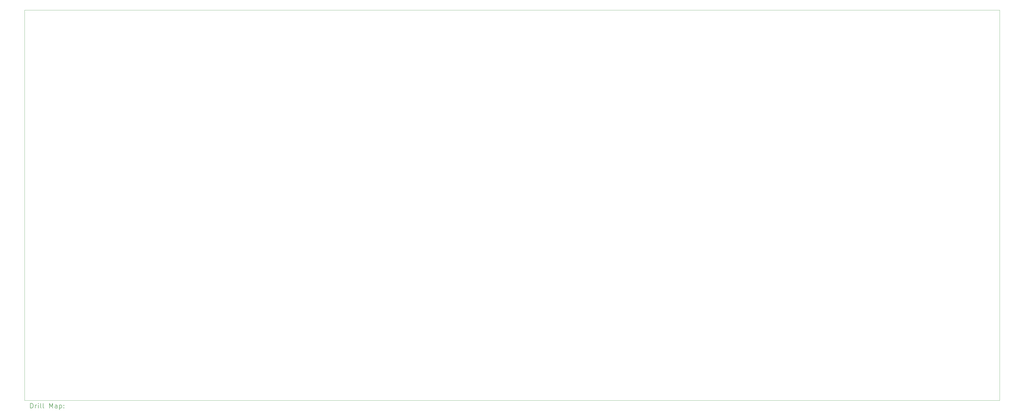
<source format=gbr>
%TF.GenerationSoftware,KiCad,Pcbnew,7.0.2*%
%TF.CreationDate,2024-01-05T22:36:05+05:30*%
%TF.ProjectId,matrixleddisplay,6d617472-6978-46c6-9564-646973706c61,rev?*%
%TF.SameCoordinates,Original*%
%TF.FileFunction,Drillmap*%
%TF.FilePolarity,Positive*%
%FSLAX45Y45*%
G04 Gerber Fmt 4.5, Leading zero omitted, Abs format (unit mm)*
G04 Created by KiCad (PCBNEW 7.0.2) date 2024-01-05 22:36:05*
%MOMM*%
%LPD*%
G01*
G04 APERTURE LIST*
%ADD10C,0.100000*%
%ADD11C,0.200000*%
G04 APERTURE END LIST*
D10*
X8077200Y-6298416D02*
X48082200Y-6298416D01*
X48082200Y-22324837D01*
X8077200Y-22324837D01*
X8077200Y-6298416D01*
D11*
X8319819Y-22642361D02*
X8319819Y-22442361D01*
X8319819Y-22442361D02*
X8367438Y-22442361D01*
X8367438Y-22442361D02*
X8396010Y-22451885D01*
X8396010Y-22451885D02*
X8415057Y-22470932D01*
X8415057Y-22470932D02*
X8424581Y-22489980D01*
X8424581Y-22489980D02*
X8434105Y-22528075D01*
X8434105Y-22528075D02*
X8434105Y-22556647D01*
X8434105Y-22556647D02*
X8424581Y-22594742D01*
X8424581Y-22594742D02*
X8415057Y-22613789D01*
X8415057Y-22613789D02*
X8396010Y-22632837D01*
X8396010Y-22632837D02*
X8367438Y-22642361D01*
X8367438Y-22642361D02*
X8319819Y-22642361D01*
X8519819Y-22642361D02*
X8519819Y-22509028D01*
X8519819Y-22547123D02*
X8529343Y-22528075D01*
X8529343Y-22528075D02*
X8538867Y-22518551D01*
X8538867Y-22518551D02*
X8557914Y-22509028D01*
X8557914Y-22509028D02*
X8576962Y-22509028D01*
X8643629Y-22642361D02*
X8643629Y-22509028D01*
X8643629Y-22442361D02*
X8634105Y-22451885D01*
X8634105Y-22451885D02*
X8643629Y-22461409D01*
X8643629Y-22461409D02*
X8653152Y-22451885D01*
X8653152Y-22451885D02*
X8643629Y-22442361D01*
X8643629Y-22442361D02*
X8643629Y-22461409D01*
X8767438Y-22642361D02*
X8748390Y-22632837D01*
X8748390Y-22632837D02*
X8738867Y-22613789D01*
X8738867Y-22613789D02*
X8738867Y-22442361D01*
X8872200Y-22642361D02*
X8853152Y-22632837D01*
X8853152Y-22632837D02*
X8843629Y-22613789D01*
X8843629Y-22613789D02*
X8843629Y-22442361D01*
X9100771Y-22642361D02*
X9100771Y-22442361D01*
X9100771Y-22442361D02*
X9167438Y-22585218D01*
X9167438Y-22585218D02*
X9234105Y-22442361D01*
X9234105Y-22442361D02*
X9234105Y-22642361D01*
X9415057Y-22642361D02*
X9415057Y-22537599D01*
X9415057Y-22537599D02*
X9405533Y-22518551D01*
X9405533Y-22518551D02*
X9386486Y-22509028D01*
X9386486Y-22509028D02*
X9348390Y-22509028D01*
X9348390Y-22509028D02*
X9329343Y-22518551D01*
X9415057Y-22632837D02*
X9396010Y-22642361D01*
X9396010Y-22642361D02*
X9348390Y-22642361D01*
X9348390Y-22642361D02*
X9329343Y-22632837D01*
X9329343Y-22632837D02*
X9319819Y-22613789D01*
X9319819Y-22613789D02*
X9319819Y-22594742D01*
X9319819Y-22594742D02*
X9329343Y-22575694D01*
X9329343Y-22575694D02*
X9348390Y-22566170D01*
X9348390Y-22566170D02*
X9396010Y-22566170D01*
X9396010Y-22566170D02*
X9415057Y-22556647D01*
X9510295Y-22509028D02*
X9510295Y-22709028D01*
X9510295Y-22518551D02*
X9529343Y-22509028D01*
X9529343Y-22509028D02*
X9567438Y-22509028D01*
X9567438Y-22509028D02*
X9586486Y-22518551D01*
X9586486Y-22518551D02*
X9596010Y-22528075D01*
X9596010Y-22528075D02*
X9605533Y-22547123D01*
X9605533Y-22547123D02*
X9605533Y-22604266D01*
X9605533Y-22604266D02*
X9596010Y-22623313D01*
X9596010Y-22623313D02*
X9586486Y-22632837D01*
X9586486Y-22632837D02*
X9567438Y-22642361D01*
X9567438Y-22642361D02*
X9529343Y-22642361D01*
X9529343Y-22642361D02*
X9510295Y-22632837D01*
X9691248Y-22623313D02*
X9700771Y-22632837D01*
X9700771Y-22632837D02*
X9691248Y-22642361D01*
X9691248Y-22642361D02*
X9681724Y-22632837D01*
X9681724Y-22632837D02*
X9691248Y-22623313D01*
X9691248Y-22623313D02*
X9691248Y-22642361D01*
X9691248Y-22518551D02*
X9700771Y-22528075D01*
X9700771Y-22528075D02*
X9691248Y-22537599D01*
X9691248Y-22537599D02*
X9681724Y-22528075D01*
X9681724Y-22528075D02*
X9691248Y-22518551D01*
X9691248Y-22518551D02*
X9691248Y-22537599D01*
M02*

</source>
